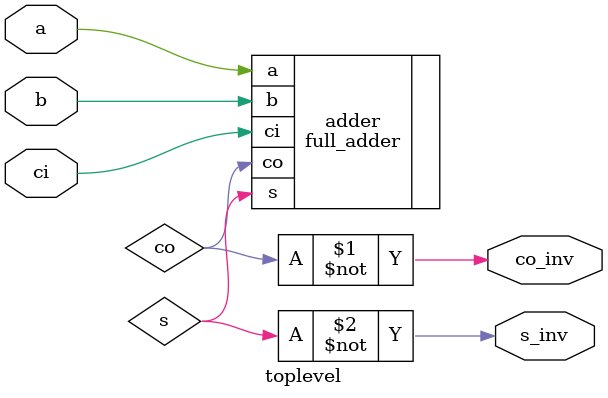
<source format=v>
module toplevel(input a, input b, input ci, output co_inv, output s_inv);

    wire co;
    wire s;
    full_adder adder (.a(a), .b(b), .ci(ci), .co(co), .s(s));
    assign co_inv = ~co;
    assign s_inv = ~s;

endmodule

</source>
